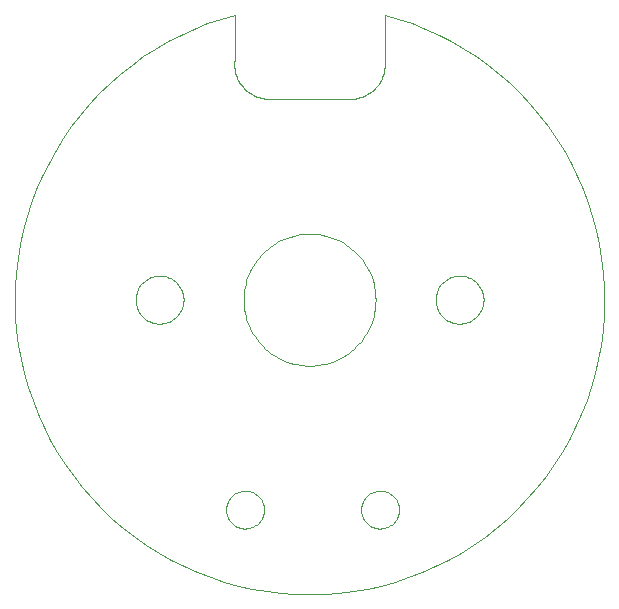
<source format=gbo>
G75*
G70*
%OFA0B0*%
%FSLAX24Y24*%
%IPPOS*%
%LPD*%
%AMOC8*
5,1,8,0,0,1.08239X$1,22.5*
%
%ADD10C,0.0010*%
%ADD11C,0.0000*%
D10*
X004134Y011402D02*
X004136Y011458D01*
X004142Y011515D01*
X004152Y011570D01*
X004166Y011625D01*
X004183Y011679D01*
X004205Y011731D01*
X004230Y011781D01*
X004258Y011830D01*
X004290Y011877D01*
X004325Y011921D01*
X004363Y011963D01*
X004404Y012002D01*
X004448Y012037D01*
X004494Y012070D01*
X004542Y012099D01*
X004592Y012125D01*
X004644Y012148D01*
X004698Y012166D01*
X004752Y012181D01*
X004807Y012192D01*
X004863Y012199D01*
X004920Y012202D01*
X004976Y012201D01*
X005033Y012196D01*
X005088Y012187D01*
X005143Y012174D01*
X005197Y012157D01*
X005250Y012137D01*
X005301Y012113D01*
X005350Y012085D01*
X005397Y012054D01*
X005442Y012020D01*
X005485Y011982D01*
X005524Y011942D01*
X005561Y011899D01*
X005594Y011854D01*
X005624Y011806D01*
X005651Y011756D01*
X005674Y011705D01*
X005694Y011652D01*
X005710Y011598D01*
X005722Y011542D01*
X005730Y011487D01*
X005734Y011430D01*
X005734Y011374D01*
X005730Y011317D01*
X005722Y011262D01*
X005710Y011206D01*
X005694Y011152D01*
X005674Y011099D01*
X005651Y011048D01*
X005624Y010998D01*
X005594Y010950D01*
X005561Y010905D01*
X005524Y010862D01*
X005485Y010822D01*
X005442Y010784D01*
X005397Y010750D01*
X005350Y010719D01*
X005301Y010691D01*
X005250Y010667D01*
X005197Y010647D01*
X005143Y010630D01*
X005088Y010617D01*
X005033Y010608D01*
X004976Y010603D01*
X004920Y010602D01*
X004863Y010605D01*
X004807Y010612D01*
X004752Y010623D01*
X004698Y010638D01*
X004644Y010656D01*
X004592Y010679D01*
X004542Y010705D01*
X004494Y010734D01*
X004448Y010767D01*
X004404Y010802D01*
X004363Y010841D01*
X004325Y010883D01*
X004290Y010927D01*
X004258Y010974D01*
X004230Y011023D01*
X004205Y011073D01*
X004183Y011125D01*
X004166Y011179D01*
X004152Y011234D01*
X004142Y011289D01*
X004136Y011346D01*
X004134Y011402D01*
X007734Y011402D02*
X007737Y011510D01*
X007745Y011618D01*
X007758Y011725D01*
X007776Y011831D01*
X007800Y011937D01*
X007829Y012041D01*
X007863Y012143D01*
X007901Y012244D01*
X007945Y012343D01*
X007994Y012439D01*
X008047Y012533D01*
X008105Y012624D01*
X008167Y012713D01*
X008233Y012798D01*
X008304Y012879D01*
X008378Y012958D01*
X008457Y013032D01*
X008538Y013103D01*
X008623Y013169D01*
X008712Y013231D01*
X008803Y013289D01*
X008897Y013342D01*
X008993Y013391D01*
X009092Y013435D01*
X009193Y013473D01*
X009295Y013507D01*
X009399Y013536D01*
X009505Y013560D01*
X009611Y013578D01*
X009718Y013591D01*
X009826Y013599D01*
X009934Y013602D01*
X010042Y013599D01*
X010150Y013591D01*
X010257Y013578D01*
X010363Y013560D01*
X010469Y013536D01*
X010573Y013507D01*
X010675Y013473D01*
X010776Y013435D01*
X010875Y013391D01*
X010971Y013342D01*
X011065Y013289D01*
X011156Y013231D01*
X011245Y013169D01*
X011330Y013103D01*
X011411Y013032D01*
X011490Y012958D01*
X011564Y012879D01*
X011635Y012798D01*
X011701Y012713D01*
X011763Y012624D01*
X011821Y012533D01*
X011874Y012439D01*
X011923Y012343D01*
X011967Y012244D01*
X012005Y012143D01*
X012039Y012041D01*
X012068Y011937D01*
X012092Y011831D01*
X012110Y011725D01*
X012123Y011618D01*
X012131Y011510D01*
X012134Y011402D01*
X012131Y011294D01*
X012123Y011186D01*
X012110Y011079D01*
X012092Y010973D01*
X012068Y010867D01*
X012039Y010763D01*
X012005Y010661D01*
X011967Y010560D01*
X011923Y010461D01*
X011874Y010365D01*
X011821Y010271D01*
X011763Y010180D01*
X011701Y010091D01*
X011635Y010006D01*
X011564Y009925D01*
X011490Y009846D01*
X011411Y009772D01*
X011330Y009701D01*
X011245Y009635D01*
X011156Y009573D01*
X011065Y009515D01*
X010971Y009462D01*
X010875Y009413D01*
X010776Y009369D01*
X010675Y009331D01*
X010573Y009297D01*
X010469Y009268D01*
X010363Y009244D01*
X010257Y009226D01*
X010150Y009213D01*
X010042Y009205D01*
X009934Y009202D01*
X009826Y009205D01*
X009718Y009213D01*
X009611Y009226D01*
X009505Y009244D01*
X009399Y009268D01*
X009295Y009297D01*
X009193Y009331D01*
X009092Y009369D01*
X008993Y009413D01*
X008897Y009462D01*
X008803Y009515D01*
X008712Y009573D01*
X008623Y009635D01*
X008538Y009701D01*
X008457Y009772D01*
X008378Y009846D01*
X008304Y009925D01*
X008233Y010006D01*
X008167Y010091D01*
X008105Y010180D01*
X008047Y010271D01*
X007994Y010365D01*
X007945Y010461D01*
X007901Y010560D01*
X007863Y010661D01*
X007829Y010763D01*
X007800Y010867D01*
X007776Y010973D01*
X007758Y011079D01*
X007745Y011186D01*
X007737Y011294D01*
X007734Y011402D01*
X007434Y020902D02*
X006973Y020768D01*
X006519Y020612D01*
X006073Y020434D01*
X005636Y020235D01*
X005210Y020014D01*
X004794Y019773D01*
X004391Y019512D01*
X004002Y019231D01*
X003626Y018932D01*
X003266Y018615D01*
X002921Y018280D01*
X002594Y017930D01*
X002283Y017563D01*
X001991Y017182D01*
X001718Y016787D01*
X001465Y016379D01*
X001232Y015959D01*
X001020Y015528D01*
X000829Y015088D01*
X000659Y014639D01*
X000512Y014181D01*
X000388Y013718D01*
X000286Y013248D01*
X000207Y012775D01*
X000152Y012298D01*
X000120Y011819D01*
X000111Y011339D01*
X000126Y010859D01*
X000164Y010380D01*
X000226Y009904D01*
X000311Y009431D01*
X000419Y008963D01*
X000549Y008501D01*
X000702Y008046D01*
X000877Y007599D01*
X001074Y007161D01*
X001291Y006733D01*
X001530Y006316D01*
X001789Y005912D01*
X002067Y005520D01*
X002363Y005143D01*
X002678Y004780D01*
X003011Y004434D01*
X003359Y004104D01*
X003724Y003791D01*
X004103Y003497D01*
X004496Y003221D01*
X004903Y002965D01*
X005321Y002730D01*
X005750Y002515D01*
X006190Y002321D01*
X006638Y002149D01*
X007094Y001999D01*
X007557Y001871D01*
X008025Y001766D01*
X008499Y001684D01*
X008975Y001626D01*
X009454Y001591D01*
X009934Y001579D01*
X010414Y001591D01*
X010893Y001626D01*
X011369Y001684D01*
X011843Y001766D01*
X012311Y001871D01*
X012774Y001999D01*
X013230Y002149D01*
X013678Y002321D01*
X014118Y002515D01*
X014547Y002730D01*
X014965Y002965D01*
X015372Y003221D01*
X015765Y003497D01*
X016144Y003791D01*
X016509Y004104D01*
X016857Y004434D01*
X017190Y004780D01*
X017505Y005143D01*
X017801Y005520D01*
X018079Y005912D01*
X018338Y006316D01*
X018577Y006733D01*
X018794Y007161D01*
X018991Y007599D01*
X019166Y008046D01*
X019319Y008501D01*
X019449Y008963D01*
X019557Y009431D01*
X019642Y009904D01*
X019704Y010380D01*
X019742Y010859D01*
X019757Y011339D01*
X019748Y011819D01*
X019716Y012298D01*
X019661Y012775D01*
X019582Y013248D01*
X019480Y013718D01*
X019356Y014181D01*
X019209Y014639D01*
X019039Y015088D01*
X018848Y015528D01*
X018636Y015959D01*
X018403Y016379D01*
X018150Y016787D01*
X017877Y017182D01*
X017585Y017563D01*
X017274Y017930D01*
X016947Y018280D01*
X016602Y018615D01*
X016242Y018932D01*
X015866Y019231D01*
X015477Y019512D01*
X015074Y019773D01*
X014658Y020014D01*
X014232Y020235D01*
X013795Y020434D01*
X013349Y020612D01*
X012895Y020768D01*
X012434Y020902D01*
X012434Y019402D01*
X012441Y019337D01*
X012444Y019272D01*
X012443Y019207D01*
X012439Y019142D01*
X012431Y019078D01*
X012419Y019014D01*
X012404Y018950D01*
X012385Y018888D01*
X012363Y018827D01*
X012338Y018767D01*
X012309Y018709D01*
X012277Y018652D01*
X012242Y018597D01*
X012203Y018545D01*
X012162Y018494D01*
X012118Y018446D01*
X012072Y018401D01*
X012023Y018358D01*
X011972Y018318D01*
X011918Y018281D01*
X011863Y018247D01*
X011806Y018216D01*
X011747Y018188D01*
X011686Y018164D01*
X011625Y018143D01*
X011562Y018126D01*
X011498Y018112D01*
X011434Y018102D01*
X008434Y018102D01*
X008370Y018112D01*
X008306Y018126D01*
X008243Y018143D01*
X008182Y018164D01*
X008121Y018188D01*
X008062Y018216D01*
X008005Y018247D01*
X007950Y018281D01*
X007896Y018318D01*
X007845Y018358D01*
X007796Y018401D01*
X007750Y018446D01*
X007706Y018494D01*
X007665Y018545D01*
X007626Y018597D01*
X007591Y018652D01*
X007559Y018709D01*
X007530Y018767D01*
X007505Y018827D01*
X007483Y018888D01*
X007464Y018950D01*
X007449Y019014D01*
X007437Y019078D01*
X007429Y019142D01*
X007425Y019207D01*
X007424Y019272D01*
X007427Y019337D01*
X007434Y019402D01*
X007434Y020902D01*
X014134Y011402D02*
X014136Y011458D01*
X014142Y011515D01*
X014152Y011570D01*
X014166Y011625D01*
X014183Y011679D01*
X014205Y011731D01*
X014230Y011781D01*
X014258Y011830D01*
X014290Y011877D01*
X014325Y011921D01*
X014363Y011963D01*
X014404Y012002D01*
X014448Y012037D01*
X014494Y012070D01*
X014542Y012099D01*
X014592Y012125D01*
X014644Y012148D01*
X014698Y012166D01*
X014752Y012181D01*
X014807Y012192D01*
X014863Y012199D01*
X014920Y012202D01*
X014976Y012201D01*
X015033Y012196D01*
X015088Y012187D01*
X015143Y012174D01*
X015197Y012157D01*
X015250Y012137D01*
X015301Y012113D01*
X015350Y012085D01*
X015397Y012054D01*
X015442Y012020D01*
X015485Y011982D01*
X015524Y011942D01*
X015561Y011899D01*
X015594Y011854D01*
X015624Y011806D01*
X015651Y011756D01*
X015674Y011705D01*
X015694Y011652D01*
X015710Y011598D01*
X015722Y011542D01*
X015730Y011487D01*
X015734Y011430D01*
X015734Y011374D01*
X015730Y011317D01*
X015722Y011262D01*
X015710Y011206D01*
X015694Y011152D01*
X015674Y011099D01*
X015651Y011048D01*
X015624Y010998D01*
X015594Y010950D01*
X015561Y010905D01*
X015524Y010862D01*
X015485Y010822D01*
X015442Y010784D01*
X015397Y010750D01*
X015350Y010719D01*
X015301Y010691D01*
X015250Y010667D01*
X015197Y010647D01*
X015143Y010630D01*
X015088Y010617D01*
X015033Y010608D01*
X014976Y010603D01*
X014920Y010602D01*
X014863Y010605D01*
X014807Y010612D01*
X014752Y010623D01*
X014698Y010638D01*
X014644Y010656D01*
X014592Y010679D01*
X014542Y010705D01*
X014494Y010734D01*
X014448Y010767D01*
X014404Y010802D01*
X014363Y010841D01*
X014325Y010883D01*
X014290Y010927D01*
X014258Y010974D01*
X014230Y011023D01*
X014205Y011073D01*
X014183Y011125D01*
X014166Y011179D01*
X014152Y011234D01*
X014142Y011289D01*
X014136Y011346D01*
X014134Y011402D01*
D11*
X007154Y004402D02*
X007156Y004452D01*
X007162Y004502D01*
X007172Y004551D01*
X007186Y004599D01*
X007203Y004646D01*
X007224Y004691D01*
X007249Y004735D01*
X007277Y004776D01*
X007309Y004815D01*
X007343Y004852D01*
X007380Y004886D01*
X007420Y004916D01*
X007462Y004943D01*
X007506Y004967D01*
X007552Y004988D01*
X007599Y005004D01*
X007647Y005017D01*
X007697Y005026D01*
X007746Y005031D01*
X007797Y005032D01*
X007847Y005029D01*
X007896Y005022D01*
X007945Y005011D01*
X007993Y004996D01*
X008039Y004978D01*
X008084Y004956D01*
X008127Y004930D01*
X008168Y004901D01*
X008207Y004869D01*
X008243Y004834D01*
X008275Y004796D01*
X008305Y004756D01*
X008332Y004713D01*
X008355Y004669D01*
X008374Y004623D01*
X008390Y004575D01*
X008402Y004526D01*
X008410Y004477D01*
X008414Y004427D01*
X008414Y004377D01*
X008410Y004327D01*
X008402Y004278D01*
X008390Y004229D01*
X008374Y004181D01*
X008355Y004135D01*
X008332Y004091D01*
X008305Y004048D01*
X008275Y004008D01*
X008243Y003970D01*
X008207Y003935D01*
X008168Y003903D01*
X008127Y003874D01*
X008084Y003848D01*
X008039Y003826D01*
X007993Y003808D01*
X007945Y003793D01*
X007896Y003782D01*
X007847Y003775D01*
X007797Y003772D01*
X007746Y003773D01*
X007697Y003778D01*
X007647Y003787D01*
X007599Y003800D01*
X007552Y003816D01*
X007506Y003837D01*
X007462Y003861D01*
X007420Y003888D01*
X007380Y003918D01*
X007343Y003952D01*
X007309Y003989D01*
X007277Y004028D01*
X007249Y004069D01*
X007224Y004113D01*
X007203Y004158D01*
X007186Y004205D01*
X007172Y004253D01*
X007162Y004302D01*
X007156Y004352D01*
X007154Y004402D01*
X011654Y004402D02*
X011656Y004452D01*
X011662Y004502D01*
X011672Y004551D01*
X011686Y004599D01*
X011703Y004646D01*
X011724Y004691D01*
X011749Y004735D01*
X011777Y004776D01*
X011809Y004815D01*
X011843Y004852D01*
X011880Y004886D01*
X011920Y004916D01*
X011962Y004943D01*
X012006Y004967D01*
X012052Y004988D01*
X012099Y005004D01*
X012147Y005017D01*
X012197Y005026D01*
X012246Y005031D01*
X012297Y005032D01*
X012347Y005029D01*
X012396Y005022D01*
X012445Y005011D01*
X012493Y004996D01*
X012539Y004978D01*
X012584Y004956D01*
X012627Y004930D01*
X012668Y004901D01*
X012707Y004869D01*
X012743Y004834D01*
X012775Y004796D01*
X012805Y004756D01*
X012832Y004713D01*
X012855Y004669D01*
X012874Y004623D01*
X012890Y004575D01*
X012902Y004526D01*
X012910Y004477D01*
X012914Y004427D01*
X012914Y004377D01*
X012910Y004327D01*
X012902Y004278D01*
X012890Y004229D01*
X012874Y004181D01*
X012855Y004135D01*
X012832Y004091D01*
X012805Y004048D01*
X012775Y004008D01*
X012743Y003970D01*
X012707Y003935D01*
X012668Y003903D01*
X012627Y003874D01*
X012584Y003848D01*
X012539Y003826D01*
X012493Y003808D01*
X012445Y003793D01*
X012396Y003782D01*
X012347Y003775D01*
X012297Y003772D01*
X012246Y003773D01*
X012197Y003778D01*
X012147Y003787D01*
X012099Y003800D01*
X012052Y003816D01*
X012006Y003837D01*
X011962Y003861D01*
X011920Y003888D01*
X011880Y003918D01*
X011843Y003952D01*
X011809Y003989D01*
X011777Y004028D01*
X011749Y004069D01*
X011724Y004113D01*
X011703Y004158D01*
X011686Y004205D01*
X011672Y004253D01*
X011662Y004302D01*
X011656Y004352D01*
X011654Y004402D01*
M02*

</source>
